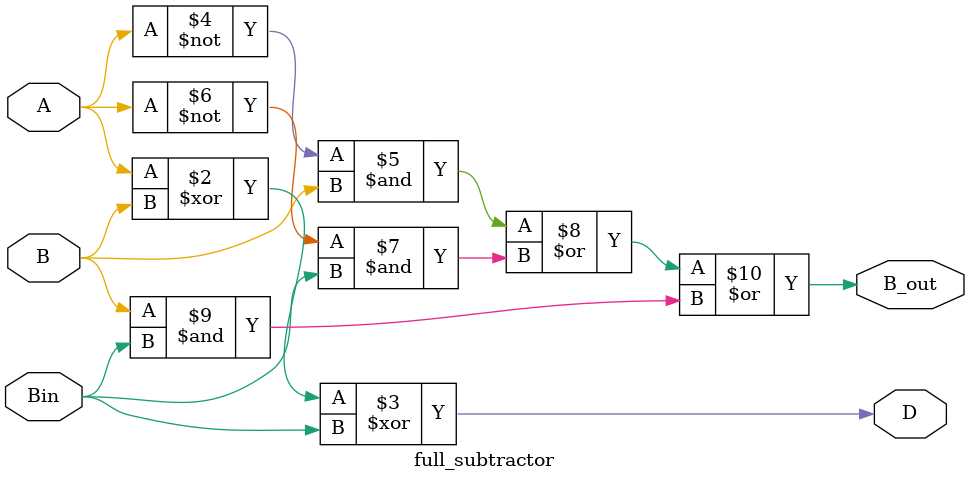
<source format=v>
`timescale 1ns / 1ps


module full_subtractor(
    input A, B, Bin,
    output reg D, B_out);
    always @(*) begin
        D = A ^ B ^ Bin;
        B_out = (~A & B) | (~A & Bin) | (B & Bin);
    end
endmodule

</source>
